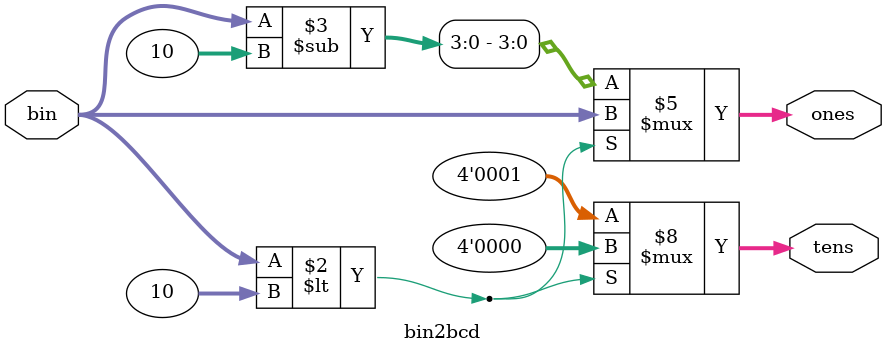
<source format=v>
`timescale 1ns / 1ps


module bin2bcd (
    input  [3:0] bin,     // binary input 0..15
    output reg [3:0] tens,
    output reg [3:0] ones
);
    always @(*) begin
        tens = 4'd0;
        ones = 4'd0;
        if (bin < 10) begin
            tens = 4'd0;
            ones = bin;
        end else begin
            tens = 4'd1;
            ones = bin - 10;
        end
    end
endmodule


</source>
